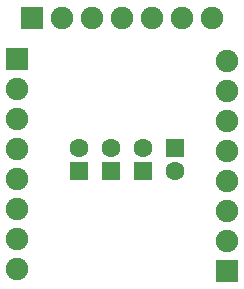
<source format=gbs>
G04 DipTrace 3.1.0.0*
G04 MSP430FR2311Breakout.gbs*
%MOIN*%
G04 #@! TF.FileFunction,Soldermask,Bot*
G04 #@! TF.Part,Single*
%ADD47C,0.063118*%
%ADD49R,0.063118X0.063118*%
%ADD51C,0.074929*%
%ADD53R,0.074929X0.074929*%
%FSLAX26Y26*%
G04*
G70*
G90*
G75*
G01*
G04 BotMask*
%LPD*%
D53*
X519000Y1331500D3*
D51*
X619000D3*
X719000D3*
X819000D3*
X919000D3*
X1019000D3*
X1119000D3*
D53*
X469000Y1194000D3*
D51*
Y1094000D3*
Y994000D3*
Y894000D3*
Y794000D3*
Y694000D3*
Y594000D3*
Y494000D3*
D53*
X1169000Y487749D3*
D51*
Y587749D3*
Y687749D3*
Y787749D3*
Y887749D3*
Y987749D3*
Y1087749D3*
Y1187749D3*
D49*
X887751Y819000D3*
D47*
Y897740D3*
D49*
X781500Y819000D3*
D47*
Y897740D3*
D49*
X675249Y819000D3*
D47*
Y897740D3*
D49*
X994000D3*
D47*
Y819000D3*
M02*

</source>
